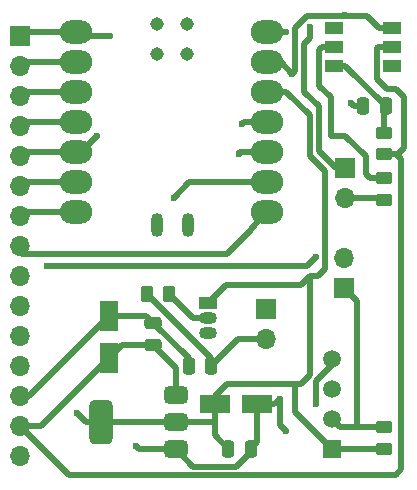
<source format=gbr>
%TF.GenerationSoftware,KiCad,Pcbnew,8.0.1*%
%TF.CreationDate,2024-05-28T10:15:11-03:00*%
%TF.ProjectId,ESP32C6-dev-board,45535033-3243-4362-9d64-65762d626f61,rev?*%
%TF.SameCoordinates,Original*%
%TF.FileFunction,Copper,L1,Top*%
%TF.FilePolarity,Positive*%
%FSLAX46Y46*%
G04 Gerber Fmt 4.6, Leading zero omitted, Abs format (unit mm)*
G04 Created by KiCad (PCBNEW 8.0.1) date 2024-05-28 10:15:11*
%MOMM*%
%LPD*%
G01*
G04 APERTURE LIST*
G04 Aperture macros list*
%AMRoundRect*
0 Rectangle with rounded corners*
0 $1 Rounding radius*
0 $2 $3 $4 $5 $6 $7 $8 $9 X,Y pos of 4 corners*
0 Add a 4 corners polygon primitive as box body*
4,1,4,$2,$3,$4,$5,$6,$7,$8,$9,$2,$3,0*
0 Add four circle primitives for the rounded corners*
1,1,$1+$1,$2,$3*
1,1,$1+$1,$4,$5*
1,1,$1+$1,$6,$7*
1,1,$1+$1,$8,$9*
0 Add four rect primitives between the rounded corners*
20,1,$1+$1,$2,$3,$4,$5,0*
20,1,$1+$1,$4,$5,$6,$7,0*
20,1,$1+$1,$6,$7,$8,$9,0*
20,1,$1+$1,$8,$9,$2,$3,0*%
G04 Aperture macros list end*
%TA.AperFunction,SMDPad,CuDef*%
%ADD10RoundRect,0.250000X0.450000X-0.262500X0.450000X0.262500X-0.450000X0.262500X-0.450000X-0.262500X0*%
%TD*%
%TA.AperFunction,SMDPad,CuDef*%
%ADD11RoundRect,0.250000X-0.450000X0.262500X-0.450000X-0.262500X0.450000X-0.262500X0.450000X0.262500X0*%
%TD*%
%TA.AperFunction,ComponentPad*%
%ADD12R,1.700000X1.700000*%
%TD*%
%TA.AperFunction,ComponentPad*%
%ADD13O,1.700000X1.700000*%
%TD*%
%TA.AperFunction,SMDPad,CuDef*%
%ADD14RoundRect,0.250000X0.250000X0.475000X-0.250000X0.475000X-0.250000X-0.475000X0.250000X-0.475000X0*%
%TD*%
%TA.AperFunction,SMDPad,CuDef*%
%ADD15RoundRect,0.250000X0.475000X-0.250000X0.475000X0.250000X-0.475000X0.250000X-0.475000X-0.250000X0*%
%TD*%
%TA.AperFunction,SMDPad,CuDef*%
%ADD16RoundRect,0.250000X0.550000X-1.050000X0.550000X1.050000X-0.550000X1.050000X-0.550000X-1.050000X0*%
%TD*%
%TA.AperFunction,SMDPad,CuDef*%
%ADD17O,2.748280X1.998980*%
%TD*%
%TA.AperFunction,SMDPad,CuDef*%
%ADD18O,1.016000X2.032000*%
%TD*%
%TA.AperFunction,SMDPad,CuDef*%
%ADD19C,1.143000*%
%TD*%
%TA.AperFunction,SMDPad,CuDef*%
%ADD20RoundRect,0.250000X-1.050000X-0.550000X1.050000X-0.550000X1.050000X0.550000X-1.050000X0.550000X0*%
%TD*%
%TA.AperFunction,ComponentPad*%
%ADD21R,1.500000X1.500000*%
%TD*%
%TA.AperFunction,ComponentPad*%
%ADD22C,1.500000*%
%TD*%
%TA.AperFunction,SMDPad,CuDef*%
%ADD23RoundRect,0.250000X0.262500X0.450000X-0.262500X0.450000X-0.262500X-0.450000X0.262500X-0.450000X0*%
%TD*%
%TA.AperFunction,ComponentPad*%
%ADD24R,1.500000X1.050000*%
%TD*%
%TA.AperFunction,ComponentPad*%
%ADD25O,1.500000X1.050000*%
%TD*%
%TA.AperFunction,SMDPad,CuDef*%
%ADD26RoundRect,0.375000X0.625000X0.375000X-0.625000X0.375000X-0.625000X-0.375000X0.625000X-0.375000X0*%
%TD*%
%TA.AperFunction,SMDPad,CuDef*%
%ADD27RoundRect,0.500000X0.500000X1.400000X-0.500000X1.400000X-0.500000X-1.400000X0.500000X-1.400000X0*%
%TD*%
%TA.AperFunction,SMDPad,CuDef*%
%ADD28R,1.500000X1.000000*%
%TD*%
%TA.AperFunction,SMDPad,CuDef*%
%ADD29RoundRect,0.250000X-0.250000X-0.475000X0.250000X-0.475000X0.250000X0.475000X-0.250000X0.475000X0*%
%TD*%
%TA.AperFunction,ViaPad*%
%ADD30C,0.600000*%
%TD*%
%TA.AperFunction,Conductor*%
%ADD31C,0.500000*%
%TD*%
G04 APERTURE END LIST*
D10*
%TO.P,R4,1*%
%TO.N,5V*%
X154750000Y-90825000D03*
%TO.P,R4,2*%
%TO.N,Net-(D1-VCC)*%
X154750000Y-89000000D03*
%TD*%
D11*
%TO.P,R3,1*%
%TO.N,Net-(D1-DIN)*%
X154750000Y-92837500D03*
%TO.P,R3,2*%
%TO.N,Net-(J4-Pin_2)*%
X154750000Y-94662500D03*
%TD*%
D12*
%TO.P,J4,1,Pin_1*%
%TO.N,D4-SDA*%
X151500000Y-91975000D03*
D13*
%TO.P,J4,2,Pin_2*%
%TO.N,Net-(J4-Pin_2)*%
X151500000Y-94515000D03*
%TD*%
D14*
%TO.P,C6,2*%
%TO.N,GND*%
X153000000Y-86750000D03*
%TO.P,C6,1*%
%TO.N,Net-(D1-VCC)*%
X154900000Y-86750000D03*
%TD*%
D12*
%TO.P,J2,1,Pin_1*%
%TO.N,D0-A0*%
X144780000Y-103881000D03*
D13*
%TO.P,J2,2,Pin_2*%
%TO.N,Net-(J2-Pin_2)*%
X144780000Y-106421000D03*
%TD*%
D15*
%TO.P,C3,1*%
%TO.N,5V*%
X135250000Y-107000000D03*
%TO.P,C3,2*%
%TO.N,GND*%
X135250000Y-105100000D03*
%TD*%
D16*
%TO.P,C1,1*%
%TO.N,5V*%
X131500000Y-108100000D03*
%TO.P,C1,2*%
%TO.N,GND*%
X131500000Y-104500000D03*
%TD*%
D17*
%TO.P,U1,1,PA02_A0_D0*%
%TO.N,D0-A0*%
X128718710Y-80500490D03*
%TO.P,U1,2,PA4_A1_D1*%
%TO.N,D1-A1*%
X128718710Y-83040490D03*
%TO.P,U1,3,PA10_A2_D2*%
%TO.N,D2-A2*%
X128718710Y-85580490D03*
%TO.P,U1,4,PA11_A3_D3*%
%TO.N,D3*%
X128718710Y-88120490D03*
%TO.P,U1,5,PA8_A4_D4_SDA*%
%TO.N,D4-SDA*%
X128718710Y-90660490D03*
%TO.P,U1,6,PA9_A5_D5_SCL*%
%TO.N,D5-SCL*%
X128718710Y-93200490D03*
%TO.P,U1,7,PB08_A6_D6_TX*%
%TO.N,D6-TX*%
X128718710Y-95740490D03*
%TO.P,U1,8,PB09_A7_D7_RX*%
%TO.N,D7-RX*%
X144883270Y-95740490D03*
%TO.P,U1,9,PA7_A8_D8_SCK*%
%TO.N,D8-SCK*%
X144883270Y-93200490D03*
%TO.P,U1,10,PA5_A9_D9_MISO*%
%TO.N,D9-MISO*%
X144883270Y-90660490D03*
%TO.P,U1,11,PA6_A10_D10_MOSI*%
%TO.N,D10-MOSI*%
X144883270Y-88120490D03*
%TO.P,U1,12,3V3*%
%TO.N,3V3*%
X144883270Y-85580490D03*
%TO.P,U1,13,GND*%
%TO.N,GND*%
X144883270Y-83040490D03*
%TO.P,U1,14,5V*%
%TO.N,VIN*%
X144883270Y-80500490D03*
D18*
%TO.P,U1,15,5V*%
%TO.N,unconnected-(U1-5V-Pad15)*%
X135585590Y-96818310D03*
%TO.P,U1,16,GND*%
%TO.N,unconnected-(U1-GND-Pad16)*%
X138135590Y-96818310D03*
D19*
%TO.P,U1,17,PA31_SWDIO*%
%TO.N,unconnected-(U1-PA31_SWDIO-Pad17)*%
X135584393Y-79814123D03*
%TO.P,U1,18,PA30_SWCLK*%
%TO.N,unconnected-(U1-PA30_SWCLK-Pad18)*%
X138124393Y-79814123D03*
%TO.P,U1,19,RESET*%
%TO.N,unconnected-(U1-RESET-Pad19)*%
X135584393Y-82354123D03*
%TO.P,U1,20,GND*%
%TO.N,unconnected-(U1-GND-Pad20)*%
X138124393Y-82354123D03*
%TD*%
D11*
%TO.P,R2,1*%
%TO.N,Net-(J3-Pin_1)*%
X154750000Y-113925000D03*
%TO.P,R2,2*%
%TO.N,3V3*%
X154750000Y-115750000D03*
%TD*%
D20*
%TO.P,C2,1*%
%TO.N,3V3*%
X140450000Y-112000000D03*
%TO.P,C2,2*%
%TO.N,GND*%
X144050000Y-112000000D03*
%TD*%
D21*
%TO.P,U4,1,VDD*%
%TO.N,3V3*%
X150368000Y-115790000D03*
D22*
%TO.P,U4,2,DATA*%
%TO.N,Net-(J3-Pin_1)*%
X150368000Y-113250000D03*
%TO.P,U4,3,NC*%
%TO.N,unconnected-(U4-NC-Pad3)*%
X150368000Y-110710000D03*
%TO.P,U4,4,GND*%
%TO.N,GND*%
X150368000Y-108170000D03*
%TD*%
D23*
%TO.P,R1,1*%
%TO.N,Net-(U3-V_{OUT})*%
X136548500Y-102616000D03*
%TO.P,R1,2*%
%TO.N,Net-(J2-Pin_2)*%
X134723500Y-102616000D03*
%TD*%
D24*
%TO.P,U3,1,+V_{S}*%
%TO.N,3V3*%
X139848000Y-103378000D03*
D25*
%TO.P,U3,2,V_{OUT}*%
%TO.N,Net-(U3-V_{OUT})*%
X139848000Y-104648000D03*
%TO.P,U3,3,GND*%
%TO.N,GND*%
X139848000Y-105918000D03*
%TD*%
D12*
%TO.P,J1,1,Pin_1*%
%TO.N,D0-A0*%
X123952000Y-80840000D03*
D13*
%TO.P,J1,2,Pin_2*%
%TO.N,D1-A1*%
X123952000Y-83380000D03*
%TO.P,J1,3,Pin_3*%
%TO.N,D2-A2*%
X123952000Y-85920000D03*
%TO.P,J1,4,Pin_4*%
%TO.N,D3*%
X123952000Y-88460000D03*
%TO.P,J1,5,Pin_5*%
%TO.N,D4-SDA*%
X123952000Y-91000000D03*
%TO.P,J1,6,Pin_6*%
%TO.N,D5-SCL*%
X123952000Y-93540000D03*
%TO.P,J1,7,Pin_7*%
%TO.N,D6-TX*%
X123952000Y-96080000D03*
%TO.P,J1,8,Pin_8*%
%TO.N,D7-RX*%
X123952000Y-98620000D03*
%TO.P,J1,9,Pin_9*%
%TO.N,D8-SCK*%
X123952000Y-101160000D03*
%TO.P,J1,10,Pin_10*%
%TO.N,D9-MISO*%
X123952000Y-103700000D03*
%TO.P,J1,11,Pin_11*%
%TO.N,D10-MOSI*%
X123952000Y-106240000D03*
%TO.P,J1,12,Pin_12*%
%TO.N,3V3*%
X123952000Y-108780000D03*
%TO.P,J1,13,Pin_13*%
%TO.N,GND*%
X123952000Y-111320000D03*
%TO.P,J1,14,Pin_14*%
%TO.N,5V*%
X123952000Y-113860000D03*
%TO.P,J1,15,Pin_15*%
%TO.N,VIN*%
X123952000Y-116400000D03*
%TD*%
D12*
%TO.P,J3,1,Pin_1*%
%TO.N,Net-(J3-Pin_1)*%
X151384000Y-102108000D03*
D13*
%TO.P,J3,2,Pin_2*%
%TO.N,D3*%
X151384000Y-99568000D03*
%TD*%
D26*
%TO.P,U2,1,GND*%
%TO.N,GND*%
X137150000Y-115800000D03*
%TO.P,U2,2,VO*%
%TO.N,3V3*%
X137150000Y-113500000D03*
D27*
X130850000Y-113500000D03*
D26*
%TO.P,U2,3,VI*%
%TO.N,5V*%
X137150000Y-111200000D03*
%TD*%
D14*
%TO.P,C5,1*%
%TO.N,Net-(J2-Pin_2)*%
X140142000Y-108712000D03*
%TO.P,C5,2*%
%TO.N,GND*%
X138242000Y-108712000D03*
%TD*%
D28*
%TO.P,D1,1,DOUT*%
%TO.N,unconnected-(D1-DOUT-Pad1)*%
X150548000Y-80112000D03*
%TO.P,D1,2,DIN*%
%TO.N,Net-(D1-DIN)*%
X150548000Y-81712000D03*
%TO.P,D1,3,VCC*%
%TO.N,Net-(D1-VCC)*%
X150548000Y-83312000D03*
%TO.P,D1,4,NC*%
%TO.N,unconnected-(D1-NC-Pad4)*%
X155448000Y-83312000D03*
%TO.P,D1,5,VDD*%
%TO.N,5V*%
X155448000Y-81712000D03*
%TO.P,D1,6,VSS*%
%TO.N,GND*%
X155448000Y-80112000D03*
%TD*%
D29*
%TO.P,C4,1*%
%TO.N,3V3*%
X141600000Y-115750000D03*
%TO.P,C4,2*%
%TO.N,GND*%
X143500000Y-115750000D03*
%TD*%
D30*
%TO.N,D3*%
X126250000Y-100250000D03*
X149000000Y-99500000D03*
%TO.N,D8-SCK*%
X137000000Y-94500000D03*
%TO.N,GND*%
X146500000Y-114250000D03*
X149000000Y-112000000D03*
X152000000Y-86500000D03*
X151500000Y-79000000D03*
%TO.N,D4-SDA*%
X130500000Y-89250000D03*
X148500000Y-80000000D03*
%TO.N,3V3*%
X128750000Y-112750000D03*
%TO.N,VIN*%
X146500000Y-80500000D03*
%TO.N,D0-A0*%
X131572000Y-80772000D03*
%TO.N,D9-MISO*%
X142500000Y-90750000D03*
%TO.N,D10-MOSI*%
X142750000Y-88250000D03*
%TO.N,GND*%
X133750000Y-115500000D03*
X147000000Y-84000000D03*
X133750000Y-104500000D03*
X146000000Y-111500000D03*
%TD*%
D31*
%TO.N,D3*%
X148250000Y-100250000D02*
X126250000Y-100250000D01*
X149000000Y-99500000D02*
X148250000Y-100250000D01*
%TO.N,3V3*%
X149750000Y-92250000D02*
X149750000Y-100500000D01*
X148500000Y-91000000D02*
X149750000Y-92250000D01*
X148500000Y-87500000D02*
X148500000Y-91000000D01*
X144963760Y-85500000D02*
X146500000Y-85500000D01*
X149750000Y-100500000D02*
X149158000Y-101092000D01*
X149158000Y-101092000D02*
X148500000Y-101092000D01*
X144883270Y-85580490D02*
X144963760Y-85500000D01*
X146500000Y-85500000D02*
X148500000Y-87500000D01*
%TO.N,D8-SCK*%
X137000000Y-94500000D02*
X138299510Y-93200490D01*
X138299510Y-93200490D02*
X144883270Y-93200490D01*
%TO.N,GND*%
X146000000Y-113750000D02*
X146000000Y-111500000D01*
X146500000Y-114250000D02*
X146000000Y-113750000D01*
X149000000Y-109989950D02*
X149000000Y-112000000D01*
X150368000Y-108621950D02*
X149000000Y-109989950D01*
X150368000Y-108170000D02*
X150368000Y-108621950D01*
X151590000Y-79090000D02*
X153366000Y-79090000D01*
X151500000Y-79000000D02*
X151590000Y-79090000D01*
X151410000Y-79090000D02*
X151500000Y-79000000D01*
X148250000Y-79090000D02*
X151410000Y-79090000D01*
X147250000Y-80090000D02*
X148250000Y-79090000D01*
X147250000Y-83750000D02*
X147250000Y-80090000D01*
X153366000Y-79090000D02*
X154388000Y-80112000D01*
X147000000Y-84000000D02*
X147250000Y-83750000D01*
%TO.N,D4-SDA*%
X149250000Y-90500000D02*
X150725000Y-91975000D01*
X148500000Y-81000000D02*
X148000000Y-81500000D01*
X148000000Y-81500000D02*
X148000000Y-85500000D01*
X148000000Y-85500000D02*
X149250000Y-86750000D01*
X148500000Y-80000000D02*
X148500000Y-81000000D01*
X150725000Y-91975000D02*
X151500000Y-91975000D01*
X149250000Y-86750000D02*
X149250000Y-90500000D01*
%TO.N,VIN*%
X144883760Y-80500000D02*
X144883270Y-80500490D01*
X146500000Y-80500000D02*
X144883760Y-80500000D01*
%TO.N,GND*%
X152250000Y-86750000D02*
X152000000Y-86500000D01*
X153000000Y-86750000D02*
X152250000Y-86750000D01*
X155448000Y-80112000D02*
X154388000Y-80112000D01*
%TO.N,5V*%
X155750000Y-118000000D02*
X128092000Y-118000000D01*
X128092000Y-118000000D02*
X123952000Y-113860000D01*
X156250000Y-91250000D02*
X156250000Y-117500000D01*
X156250000Y-117500000D02*
X155750000Y-118000000D01*
X155825000Y-90825000D02*
X156250000Y-91250000D01*
X154750000Y-90825000D02*
X155825000Y-90825000D01*
X155925000Y-90825000D02*
X154750000Y-90825000D01*
X156500000Y-86000000D02*
X156500000Y-90250000D01*
X155750000Y-85250000D02*
X156500000Y-86000000D01*
X154194975Y-84444975D02*
X155000000Y-85250000D01*
X155000000Y-85250000D02*
X155750000Y-85250000D01*
X154194975Y-81805025D02*
X154194975Y-84444975D01*
X154860000Y-81750000D02*
X154250000Y-81750000D01*
X154250000Y-81750000D02*
X154194975Y-81805025D01*
X156500000Y-90250000D02*
X155925000Y-90825000D01*
X154898000Y-81712000D02*
X154860000Y-81750000D01*
X155448000Y-81712000D02*
X154898000Y-81712000D01*
%TO.N,Net-(D1-DIN)*%
X153587500Y-92837500D02*
X154750000Y-92837500D01*
X153250000Y-92500000D02*
X153587500Y-92837500D01*
X153250000Y-91000000D02*
X153250000Y-92500000D01*
X149250000Y-85000000D02*
X150250000Y-86000000D01*
X150250000Y-89250000D02*
X151500000Y-89250000D01*
X150250000Y-86000000D02*
X150250000Y-89250000D01*
X151500000Y-89250000D02*
X153250000Y-91000000D01*
X149250000Y-82000000D02*
X149250000Y-85000000D01*
X149538000Y-81712000D02*
X149250000Y-82000000D01*
X150548000Y-81712000D02*
X149538000Y-81712000D01*
%TO.N,D4-SDA*%
X129089510Y-90660490D02*
X130500000Y-89250000D01*
X128718710Y-90660490D02*
X129089510Y-90660490D01*
%TO.N,Net-(D1-VCC)*%
X154750000Y-86900000D02*
X154900000Y-86750000D01*
X154750000Y-89000000D02*
X154750000Y-86900000D01*
X151462000Y-83312000D02*
X154900000Y-86750000D01*
X150548000Y-83312000D02*
X151462000Y-83312000D01*
%TO.N,Net-(J4-Pin_2)*%
X154602500Y-94515000D02*
X154750000Y-94662500D01*
X151500000Y-94515000D02*
X154602500Y-94515000D01*
%TO.N,Net-(J3-Pin_1)*%
X152500000Y-103224000D02*
X152500000Y-113925000D01*
X151384000Y-102108000D02*
X152500000Y-103224000D01*
X152500000Y-113925000D02*
X151043000Y-113925000D01*
X154750000Y-113925000D02*
X152500000Y-113925000D01*
X151043000Y-113925000D02*
X150368000Y-113250000D01*
%TO.N,3V3*%
X150408000Y-115750000D02*
X150368000Y-115790000D01*
X154750000Y-115750000D02*
X150408000Y-115750000D01*
X147250000Y-112672000D02*
X147250000Y-110250000D01*
X150368000Y-115790000D02*
X147250000Y-112672000D01*
X147250000Y-110250000D02*
X141500000Y-110250000D01*
X147750000Y-110250000D02*
X147250000Y-110250000D01*
%TO.N,D3*%
X123839510Y-88120490D02*
X123500000Y-88460000D01*
X128718710Y-88120490D02*
X123839510Y-88120490D01*
%TO.N,D2-A2*%
X128718710Y-85580490D02*
X123839510Y-85580490D01*
X123839510Y-85580490D02*
X123500000Y-85920000D01*
%TO.N,3V3*%
X141500000Y-110250000D02*
X140450000Y-111300000D01*
X141366000Y-101860000D02*
X147732000Y-101860000D01*
X148500000Y-101092000D02*
X148500000Y-109500000D01*
X137150000Y-113500000D02*
X140450000Y-113500000D01*
X140450000Y-113500000D02*
X140450000Y-112000000D01*
X140450000Y-111300000D02*
X140450000Y-112000000D01*
X139848000Y-103378000D02*
X141366000Y-101860000D01*
X148500000Y-109500000D02*
X147750000Y-110250000D01*
X141600000Y-115750000D02*
X140450000Y-114600000D01*
X130850000Y-113500000D02*
X137150000Y-113500000D01*
X140450000Y-114600000D02*
X140450000Y-113500000D01*
X129500000Y-113500000D02*
X128750000Y-112750000D01*
X130850000Y-113500000D02*
X129500000Y-113500000D01*
X147732000Y-101860000D02*
X148500000Y-101092000D01*
%TO.N,D5-SCL*%
X123839510Y-93200490D02*
X123500000Y-93540000D01*
X128718710Y-93200490D02*
X123839510Y-93200490D01*
%TO.N,D4-SDA*%
X123839510Y-90660490D02*
X123500000Y-91000000D01*
X128718710Y-90660490D02*
X123839510Y-90660490D01*
%TO.N,D1-A1*%
X128718710Y-83040490D02*
X123839510Y-83040490D01*
X123839510Y-83040490D02*
X123500000Y-83380000D01*
%TO.N,D0-A0*%
X128990220Y-80772000D02*
X128718710Y-80500490D01*
X128718710Y-80500490D02*
X123839510Y-80500490D01*
X123839510Y-80500490D02*
X123500000Y-80840000D01*
X131572000Y-80772000D02*
X128990220Y-80772000D01*
%TO.N,D6-TX*%
X123839510Y-95740490D02*
X123500000Y-96080000D01*
X128718710Y-95740490D02*
X123839510Y-95740490D01*
%TO.N,D9-MISO*%
X144883270Y-90660490D02*
X142589510Y-90660490D01*
X142589510Y-90660490D02*
X142500000Y-90750000D01*
%TO.N,D10-MOSI*%
X144883270Y-88120490D02*
X142879510Y-88120490D01*
X142879510Y-88120490D02*
X142750000Y-88250000D01*
%TO.N,GND*%
X143250000Y-116250000D02*
X142250000Y-117250000D01*
X142250000Y-117250000D02*
X138600000Y-117250000D01*
X138600000Y-117250000D02*
X137150000Y-115800000D01*
X137150000Y-115800000D02*
X134050000Y-115800000D01*
X144050000Y-112000000D02*
X144050000Y-115200000D01*
X133750000Y-104500000D02*
X131500000Y-104500000D01*
X144050000Y-112000000D02*
X145500000Y-112000000D01*
X138242000Y-108092000D02*
X135250000Y-105100000D01*
X134650000Y-104500000D02*
X133750000Y-104500000D01*
X134050000Y-115800000D02*
X133750000Y-115500000D01*
X144883270Y-83040490D02*
X146040490Y-83040490D01*
X146040490Y-83040490D02*
X147000000Y-84000000D01*
X143500000Y-115750000D02*
X143250000Y-116000000D01*
X145500000Y-112000000D02*
X146000000Y-111500000D01*
X143250000Y-116000000D02*
X143250000Y-116250000D01*
X144050000Y-115200000D02*
X143500000Y-115750000D01*
X124680000Y-111320000D02*
X123500000Y-111320000D01*
X135250000Y-105100000D02*
X134650000Y-104500000D01*
X138242000Y-108712000D02*
X138242000Y-108092000D01*
X131500000Y-104500000D02*
X124680000Y-111320000D01*
%TO.N,D7-RX*%
X143500000Y-97123760D02*
X143500000Y-97250000D01*
X143500000Y-97250000D02*
X141500000Y-99250000D01*
X124130000Y-99250000D02*
X123500000Y-98620000D01*
X144883270Y-95740490D02*
X143500000Y-97123760D01*
X141500000Y-99250000D02*
X124130000Y-99250000D01*
%TO.N,5V*%
X137150000Y-108900000D02*
X135250000Y-107000000D01*
X137150000Y-111200000D02*
X137150000Y-108900000D01*
X135250000Y-107000000D02*
X132600000Y-107000000D01*
X125740000Y-113860000D02*
X131500000Y-108100000D01*
X123500000Y-113860000D02*
X125740000Y-113860000D01*
X132600000Y-107000000D02*
X131500000Y-108100000D01*
%TO.N,Net-(J2-Pin_2)*%
X142433000Y-106421000D02*
X144780000Y-106421000D01*
X140142000Y-108034500D02*
X140142000Y-108712000D01*
X140142000Y-108712000D02*
X142433000Y-106421000D01*
X134723500Y-102616000D02*
X140142000Y-108034500D01*
%TO.N,Net-(U3-V_{OUT})*%
X138580500Y-104648000D02*
X136548500Y-102616000D01*
X139848000Y-104648000D02*
X138580500Y-104648000D01*
%TD*%
M02*

</source>
